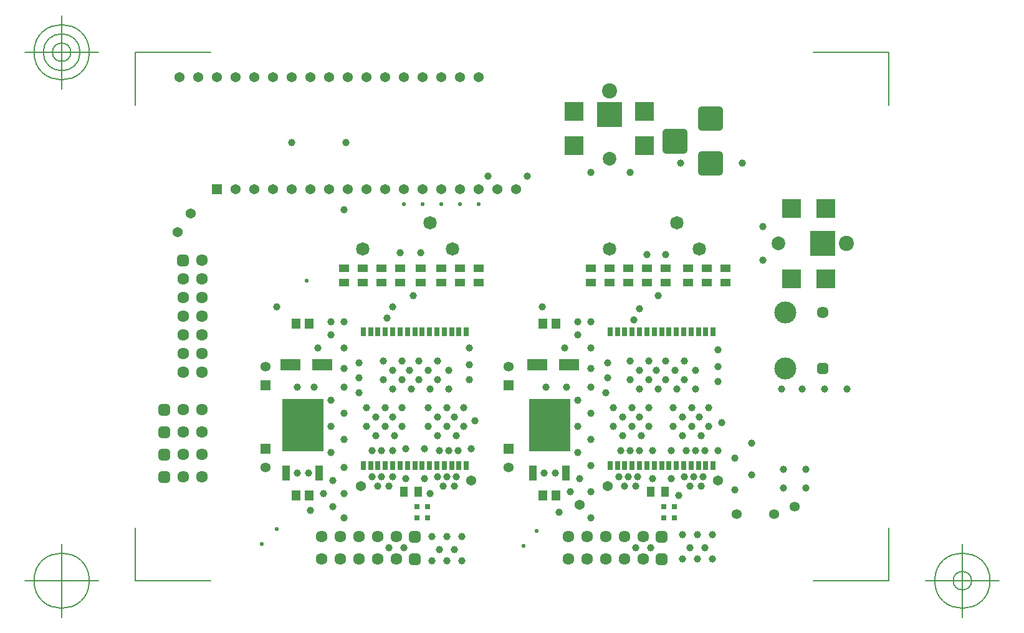
<source format=gbr>
G04 Generated by Ultiboard 13.0 *
%FSLAX25Y25*%
%MOIN*%

%ADD10C,0.00001*%
%ADD11C,0.00500*%
%ADD12R,0.09211X0.09211*%
%ADD13C,0.04000*%
%ADD14R,0.05400X0.05400*%
%ADD15C,0.05400*%
%ADD16C,0.03937*%
%ADD17R,0.05512X0.04134*%
%ADD18C,0.07166*%
%ADD19R,0.02667X0.02667*%
%ADD20C,0.03333*%
%ADD21C,0.06334*%
%ADD22R,0.02083X0.02083*%
%ADD23C,0.03917*%
%ADD24R,0.03100X0.03100*%
%ADD25R,0.04134X0.05512*%
%ADD26R,0.04528X0.05709*%
%ADD27R,0.03937X0.08465*%
%ADD28R,0.21850X0.27953*%
%ADD29R,0.11024X0.06299*%
%ADD30R,0.02618X0.05118*%
%ADD31C,0.11811*%
%ADD32C,0.02100*%
%ADD33C,0.05337*%
%ADD34C,0.07306*%
%ADD35C,0.08093*%
%ADD36R,0.13211X0.13211*%
%ADD37R,0.10000X0.10000*%
%ADD38R,0.05337X0.05337*%


G04 ColorRGB F1F1F1 for the following layer *
%LNSolder Mask Top*%
%LPD*%
G54D10*
G54D11*
X-1500Y-1500D02*
X-1500Y26800D01*
X-1500Y-1500D02*
X38800Y-1500D01*
X401500Y-1500D02*
X361200Y-1500D01*
X401500Y-1500D02*
X401500Y26800D01*
X401500Y281500D02*
X401500Y253200D01*
X401500Y281500D02*
X361200Y281500D01*
X-1500Y281500D02*
X38800Y281500D01*
X-1500Y281500D02*
X-1500Y253200D01*
X-21185Y-1500D02*
X-60555Y-1500D01*
X-40870Y-21185D02*
X-40870Y18185D01*
X-55634Y-1500D02*
G75*
D01*
G02X-55634Y-1500I14764J0*
G01*
X421185Y-1500D02*
X460555Y-1500D01*
X440870Y-21185D02*
X440870Y18185D01*
X426106Y-1500D02*
G75*
D01*
G02X426106Y-1500I14764J0*
G01*
X435949Y-1500D02*
G75*
D01*
G02X435949Y-1500I4921J0*
G01*
X-21185Y281500D02*
X-60555Y281500D01*
X-40870Y261815D02*
X-40870Y301185D01*
X-55634Y281500D02*
G75*
D01*
G02X-55634Y281500I14764J0*
G01*
X-50713Y281500D02*
G75*
D01*
G02X-50713Y281500I9843J0*
G01*
X-45791Y281500D02*
G75*
D01*
G02X-45791Y281500I4921J0*
G01*
G54D12*
X287206Y233800D03*
X306106Y222000D03*
X306106Y246000D03*
G54D13*
X282601Y229195D02*
X291811Y229195D01*
X291811Y238405D01*
X282601Y238405D01*
X282601Y229195D01*D02*
X301501Y217395D02*
X310711Y217395D01*
X310711Y226605D01*
X301501Y226605D01*
X301501Y217395D01*D02*
X301501Y241395D02*
X310711Y241395D01*
X310711Y250605D01*
X301501Y250605D01*
X301501Y241395D01*D02*
G54D14*
X42000Y208000D03*
G54D15*
X52000Y208000D03*
X62000Y208000D03*
X72000Y208000D03*
X82000Y208000D03*
X92000Y208000D03*
X102000Y208000D03*
X112000Y208000D03*
X122000Y208000D03*
X132000Y208000D03*
X142000Y208000D03*
X152000Y208000D03*
X162000Y208000D03*
X172000Y208000D03*
X182000Y208000D03*
X192000Y208000D03*
X202000Y208000D03*
X22000Y268000D03*
X32000Y268000D03*
X42000Y268000D03*
X52000Y268000D03*
X62000Y268000D03*
X72000Y268000D03*
X82000Y268000D03*
X92000Y268000D03*
X102000Y268000D03*
X112000Y268000D03*
X122000Y268000D03*
X132000Y268000D03*
X142000Y268000D03*
X152000Y268000D03*
X162000Y268000D03*
X172000Y268000D03*
X182000Y268000D03*
X28000Y195000D03*
X28000Y195000D03*
X21000Y185000D03*
X21000Y185000D03*
X178000Y52000D03*
X178000Y52000D03*
X119000Y49000D03*
X119000Y49000D03*
X236000Y39000D03*
X236000Y39000D03*
X251000Y49000D03*
X251000Y49000D03*
X310000Y52000D03*
X310000Y52000D03*
G54D16*
X104000Y38000D03*
X110000Y45000D03*
X128000Y49000D03*
X134000Y49000D03*
X163000Y49000D03*
X169000Y49000D03*
X242000Y46000D03*
X260000Y49000D03*
X266000Y49000D03*
X295000Y49000D03*
X301000Y49000D03*
X85000Y56000D03*
X91000Y56000D03*
X104000Y52000D03*
X125000Y54000D03*
X130000Y54000D03*
X136000Y54000D03*
X160000Y54000D03*
X165000Y54000D03*
X170000Y54000D03*
X217000Y56000D03*
X223000Y56000D03*
X236000Y53000D03*
X257000Y54000D03*
X262000Y54000D03*
X267000Y54000D03*
X292000Y54000D03*
X297000Y54000D03*
X302000Y54000D03*
X110000Y59000D03*
X242000Y60000D03*
X103000Y67000D03*
X125000Y68000D03*
X130000Y68000D03*
X136000Y68000D03*
X161000Y68000D03*
X166000Y68000D03*
X171000Y68000D03*
X235000Y67000D03*
X258000Y68000D03*
X263000Y68000D03*
X268000Y68000D03*
X293000Y68000D03*
X298000Y68000D03*
X303000Y68000D03*
X103000Y81000D03*
X110000Y74000D03*
X235000Y81000D03*
X242000Y74000D03*
X110000Y88000D03*
X242000Y88000D03*
X103000Y95000D03*
X235000Y95000D03*
X110000Y102000D03*
X242000Y102000D03*
X110000Y123000D03*
X242000Y123000D03*
X103000Y130000D03*
X235000Y130000D03*
X103000Y137000D03*
X110000Y137000D03*
X133000Y139000D03*
X242000Y137000D03*
X265000Y138000D03*
X268000Y144000D03*
X136000Y145000D03*
X147000Y151000D03*
X216000Y145000D03*
X278000Y151000D03*
X140000Y174000D03*
X151000Y174000D03*
X272000Y173000D03*
X282000Y173000D03*
X110000Y197000D03*
X82000Y233000D03*
X111000Y233000D03*
X208000Y215000D03*
X187000Y215000D03*
X235000Y137000D03*
X319000Y47000D03*
X328000Y55000D03*
X319000Y64000D03*
X328000Y72000D03*
X291000Y23000D03*
X299000Y23000D03*
X307000Y23000D03*
X295000Y16000D03*
X303000Y16000D03*
X291000Y10000D03*
X299000Y10000D03*
X307000Y10000D03*
X310000Y68000D03*
X312000Y83000D03*
X310000Y105000D03*
X310000Y113000D03*
X310000Y122000D03*
X289000Y44000D03*
X285000Y53000D03*
X285000Y68000D03*
X242000Y112000D03*
X242000Y32000D03*
X225000Y35000D03*
X231000Y46000D03*
X110000Y32000D03*
X99000Y45000D03*
X92000Y36000D03*
X110000Y112000D03*
X96000Y123000D03*
X228000Y123000D03*
X94000Y102000D03*
X85000Y102000D03*
X229000Y102000D03*
X218000Y102000D03*
X251000Y115000D03*
X251000Y107000D03*
X250000Y99000D03*
X275000Y68000D03*
X275000Y53000D03*
X177000Y123000D03*
X177000Y114000D03*
X177000Y106000D03*
X156000Y45000D03*
X180000Y84000D03*
X153000Y69000D03*
X153000Y53000D03*
X178000Y69000D03*
X118000Y115000D03*
X118000Y107000D03*
X118000Y99000D03*
X143000Y69000D03*
X143000Y53000D03*
X174000Y91000D03*
X160000Y76000D03*
X170000Y76000D03*
X174000Y81000D03*
X165000Y91000D03*
X155000Y91000D03*
X160000Y86000D03*
X169000Y86000D03*
X155000Y81000D03*
X165000Y81000D03*
X127000Y76000D03*
X122000Y81000D03*
X132000Y81000D03*
X137000Y76000D03*
X141000Y81000D03*
X127000Y86000D03*
X136000Y86000D03*
X122000Y91000D03*
X132000Y91000D03*
X141000Y91000D03*
X259000Y76000D03*
X254000Y81000D03*
X264000Y81000D03*
X269000Y76000D03*
X273000Y81000D03*
X259000Y86000D03*
X268000Y86000D03*
X254000Y91000D03*
X264000Y91000D03*
X273000Y91000D03*
X291000Y76000D03*
X286000Y81000D03*
X296000Y81000D03*
X301000Y76000D03*
X305000Y81000D03*
X291000Y86000D03*
X300000Y86000D03*
X286000Y91000D03*
X296000Y91000D03*
X305000Y91000D03*
X268000Y101000D03*
X263000Y106000D03*
X273000Y106000D03*
X278000Y101000D03*
X282000Y106000D03*
X268000Y111000D03*
X277000Y111000D03*
X263000Y116000D03*
X273000Y116000D03*
X282000Y116000D03*
X136000Y101000D03*
X131000Y106000D03*
X141000Y106000D03*
X146000Y101000D03*
X150000Y106000D03*
X136000Y111000D03*
X145000Y111000D03*
X131000Y116000D03*
X141000Y116000D03*
X150000Y116000D03*
X156000Y101000D03*
X160000Y106000D03*
X155000Y111000D03*
X160000Y116000D03*
X166000Y111000D03*
X166000Y101000D03*
X288000Y101000D03*
X298000Y101000D03*
X292000Y106000D03*
X287000Y111000D03*
X298000Y111000D03*
X292000Y116000D03*
X157000Y9000D03*
X161000Y15000D03*
X165000Y9000D03*
X169000Y15000D03*
X173000Y9000D03*
X157000Y22000D03*
X165000Y22000D03*
X173000Y22000D03*
X242000Y217000D03*
X263000Y217000D03*
X290000Y222000D03*
X323000Y222000D03*
X334000Y188000D03*
X334000Y170000D03*
X344000Y101000D03*
X355000Y101000D03*
X367000Y101000D03*
X379000Y101000D03*
X134000Y16000D03*
X266000Y16000D03*
X142000Y16000D03*
X274000Y16000D03*
X74000Y145000D03*
X357000Y58000D03*
X345000Y58000D03*
X357000Y48000D03*
X345000Y48000D03*
G54D17*
X151000Y158260D03*
X151000Y165740D03*
X140000Y158260D03*
X140000Y165740D03*
X162000Y158260D03*
X162000Y165740D03*
X172000Y158260D03*
X172000Y165740D03*
X242000Y158260D03*
X242000Y165740D03*
X252000Y158260D03*
X252000Y165740D03*
X262000Y158260D03*
X262000Y165740D03*
X110000Y158260D03*
X110000Y165740D03*
X120000Y158260D03*
X120000Y165740D03*
X130000Y158260D03*
X130000Y165740D03*
X272000Y158260D03*
X272000Y165740D03*
X282000Y158260D03*
X282000Y165740D03*
X294000Y158260D03*
X294000Y165740D03*
X304000Y158260D03*
X304000Y165740D03*
X314000Y158260D03*
X314000Y165740D03*
X182000Y158260D03*
X182000Y165740D03*
G54D18*
X168000Y176000D03*
X156000Y190000D03*
X252000Y176000D03*
X120000Y176000D03*
X300000Y176000D03*
X288000Y190000D03*
G54D19*
X366000Y112000D03*
G54D20*
X364667Y110667D02*
X367333Y110667D01*
X367333Y113333D01*
X364667Y113333D01*
X364667Y110667D01*D02*
G54D21*
X366000Y142000D03*
X24000Y66000D03*
X34000Y66000D03*
X24000Y78000D03*
X34000Y78000D03*
X24000Y90000D03*
X34000Y90000D03*
X24000Y54000D03*
X34000Y54000D03*
X138000Y10000D03*
X128000Y10000D03*
X108000Y10000D03*
X118000Y10000D03*
X98000Y10000D03*
X138000Y22000D03*
X128000Y22000D03*
X108000Y22000D03*
X118000Y22000D03*
X98000Y22000D03*
X270000Y10000D03*
X260000Y10000D03*
X240000Y10000D03*
X250000Y10000D03*
X230000Y10000D03*
X270000Y22000D03*
X260000Y22000D03*
X240000Y22000D03*
X250000Y22000D03*
X230000Y22000D03*
X34000Y160000D03*
X24000Y160000D03*
X34000Y170000D03*
X34000Y130000D03*
X24000Y130000D03*
X34000Y140000D03*
X24000Y140000D03*
X34000Y150000D03*
X24000Y150000D03*
X34000Y110000D03*
X24000Y110000D03*
X34000Y120000D03*
X24000Y120000D03*
G54D22*
X14000Y66000D03*
X14000Y78000D03*
X14000Y90000D03*
X14000Y54000D03*
X148000Y10000D03*
X148000Y22000D03*
X280000Y10000D03*
X280000Y22000D03*
X24000Y170000D03*
G54D23*
X12959Y64959D02*
X15041Y64959D01*
X15041Y67041D01*
X12959Y67041D01*
X12959Y64959D01*D02*
X12959Y76959D02*
X15041Y76959D01*
X15041Y79041D01*
X12959Y79041D01*
X12959Y76959D01*D02*
X12959Y88959D02*
X15041Y88959D01*
X15041Y91041D01*
X12959Y91041D01*
X12959Y88959D01*D02*
X12959Y52959D02*
X15041Y52959D01*
X15041Y55041D01*
X12959Y55041D01*
X12959Y52959D01*D02*
X146959Y8959D02*
X149041Y8959D01*
X149041Y11041D01*
X146959Y11041D01*
X146959Y8959D01*D02*
X146959Y20959D02*
X149041Y20959D01*
X149041Y23041D01*
X146959Y23041D01*
X146959Y20959D01*D02*
X278959Y8959D02*
X281041Y8959D01*
X281041Y11041D01*
X278959Y11041D01*
X278959Y8959D01*D02*
X278959Y20959D02*
X281041Y20959D01*
X281041Y23041D01*
X278959Y23041D01*
X278959Y20959D01*D02*
X22959Y168959D02*
X25041Y168959D01*
X25041Y171041D01*
X22959Y171041D01*
X22959Y168959D01*D02*
G54D24*
X149050Y32000D03*
X154950Y32000D03*
X149050Y38000D03*
X154950Y38000D03*
X286950Y32000D03*
X281050Y32000D03*
X281050Y38000D03*
X286950Y38000D03*
G54D25*
X142260Y46000D03*
X149740Y46000D03*
X274260Y46000D03*
X281740Y46000D03*
G54D26*
X216457Y44000D03*
X223543Y44000D03*
X84457Y44000D03*
X91543Y44000D03*
X84457Y136000D03*
X91543Y136000D03*
X216457Y136000D03*
X223543Y136000D03*
G54D27*
X79024Y56283D03*
X96976Y56283D03*
X211024Y56283D03*
X228976Y56283D03*
G54D28*
X88000Y81874D03*
X220000Y81874D03*
G54D29*
X81535Y114000D03*
X98465Y114000D03*
X213535Y114000D03*
X230465Y114000D03*
G54D30*
X124378Y60173D03*
X120441Y60173D03*
X132252Y60173D03*
X128315Y60173D03*
X140126Y60173D03*
X136189Y60173D03*
X148000Y60173D03*
X144063Y60173D03*
X155874Y60173D03*
X151937Y60173D03*
X163748Y60173D03*
X159811Y60173D03*
X171622Y60173D03*
X167685Y60173D03*
X175559Y60173D03*
X124378Y131827D03*
X120441Y131827D03*
X132252Y131827D03*
X128315Y131827D03*
X140126Y131827D03*
X136189Y131827D03*
X148000Y131827D03*
X144063Y131827D03*
X155874Y131827D03*
X151937Y131827D03*
X163748Y131827D03*
X159811Y131827D03*
X171622Y131827D03*
X167685Y131827D03*
X175559Y131827D03*
X252441Y60173D03*
X260315Y60173D03*
X256378Y60173D03*
X268189Y60173D03*
X264252Y60173D03*
X276063Y60173D03*
X272126Y60173D03*
X283937Y60173D03*
X280000Y60173D03*
X291811Y60173D03*
X287874Y60173D03*
X299685Y60173D03*
X295748Y60173D03*
X307559Y60173D03*
X303622Y60173D03*
X252441Y131827D03*
X260315Y131827D03*
X256378Y131827D03*
X268189Y131827D03*
X264252Y131827D03*
X276063Y131827D03*
X272126Y131827D03*
X283937Y131827D03*
X280000Y131827D03*
X291811Y131827D03*
X287874Y131827D03*
X299685Y131827D03*
X295748Y131827D03*
X307559Y131827D03*
X303622Y131827D03*
G54D31*
X346000Y112000D03*
X346000Y112000D03*
X346000Y142000D03*
X346000Y142000D03*
G54D32*
X142000Y200000D03*
X142000Y200000D03*
X152000Y200000D03*
X152000Y200000D03*
X162000Y200000D03*
X162000Y200000D03*
X172000Y200000D03*
X172000Y200000D03*
X182000Y200000D03*
X182000Y200000D03*
X74000Y26000D03*
X74000Y26000D03*
X66000Y18000D03*
X66000Y18000D03*
X213000Y25000D03*
X213000Y25000D03*
X206000Y17000D03*
X206000Y17000D03*
X90000Y159000D03*
X90000Y159000D03*
G54D33*
X320000Y34000D03*
X340000Y34000D03*
X351000Y38000D03*
X351000Y38000D03*
X68000Y59000D03*
X68000Y113000D03*
X198000Y59000D03*
X198000Y113000D03*
G54D34*
X342378Y179000D03*
X252000Y224378D03*
G54D35*
X378795Y179000D03*
X252000Y260795D03*
G54D36*
X366000Y179000D03*
X252000Y248000D03*
G54D37*
X367969Y197701D03*
X349465Y160299D03*
X349465Y197701D03*
X367969Y160299D03*
X233299Y249969D03*
X270701Y231465D03*
X233299Y231465D03*
X270701Y249969D03*
G54D38*
X68000Y69000D03*
X68000Y103000D03*
X198000Y69000D03*
X198000Y103000D03*

M02*

</source>
